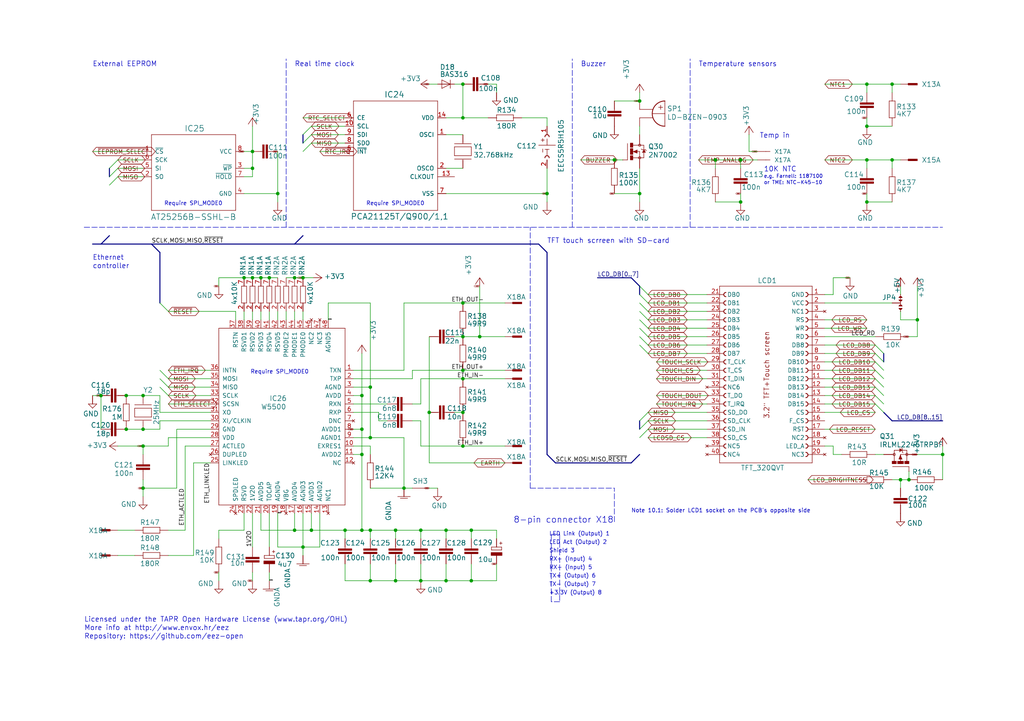
<source format=kicad_sch>
(kicad_sch (version 20210406) (generator eeschema)
  (paper "User" 309.067 217.627)
  (title_block (title "EEZ PSU consolidated") (rev "r5B13a") (comment 3 "Buzzer, temperature sensor (NTC)") (comment 4 "TFT-touchscreen, RTC, EEPROM, Ethernet"))
  (junction (at 30.48 119.38) (diameter 0.9144))
  (junction (at 38.1 119.38) (diameter 0.9144))
  (junction (at 38.1 129.54) (diameter 0.9144))
  (junction (at 43.18 119.38) (diameter 0.9144))
  (junction (at 43.18 129.54) (diameter 0.9144))
  (junction (at 43.18 134.62) (diameter 0.9144))
  (junction (at 43.18 147.32) (diameter 0.9144))
  (junction (at 73.66 83.82) (diameter 0.9144))
  (junction (at 76.2 45.72) (diameter 0.9144))
  (junction (at 76.2 50.8) (diameter 0.9144))
  (junction (at 76.2 83.82) (diameter 0.9144))
  (junction (at 78.74 83.82) (diameter 0.9144))
  (junction (at 81.28 83.82) (diameter 0.9144))
  (junction (at 83.82 58.42) (diameter 0.9144))
  (junction (at 88.9 83.82) (diameter 0.9144))
  (junction (at 88.9 160.02) (diameter 0.9144))
  (junction (at 91.44 83.82) (diameter 0.9144))
  (junction (at 91.44 165.1) (diameter 0.9144))
  (junction (at 93.98 160.02) (diameter 0.9144))
  (junction (at 104.14 160.02) (diameter 0.9144))
  (junction (at 109.22 119.38) (diameter 0.9144))
  (junction (at 109.22 129.54) (diameter 0.9144))
  (junction (at 109.22 137.16) (diameter 0.9144))
  (junction (at 109.22 160.02) (diameter 0.9144))
  (junction (at 111.76 116.84) (diameter 0.9144))
  (junction (at 111.76 132.08) (diameter 0.9144))
  (junction (at 111.76 160.02) (diameter 0.9144))
  (junction (at 111.76 175.26) (diameter 0.9144))
  (junction (at 119.38 160.02) (diameter 0.9144))
  (junction (at 119.38 175.26) (diameter 0.9144))
  (junction (at 121.92 147.32) (diameter 0.9144))
  (junction (at 127 160.02) (diameter 0.9144))
  (junction (at 127 175.26) (diameter 0.9144))
  (junction (at 129.54 124.46) (diameter 0.9144))
  (junction (at 134.62 160.02) (diameter 0.9144))
  (junction (at 134.62 175.26) (diameter 0.9144))
  (junction (at 139.7 25.4) (diameter 0.9144))
  (junction (at 139.7 35.56) (diameter 0.9144))
  (junction (at 139.7 91.44) (diameter 0.9144))
  (junction (at 139.7 101.6) (diameter 0.9144))
  (junction (at 139.7 111.76) (diameter 0.9144))
  (junction (at 139.7 114.3) (diameter 0.9144))
  (junction (at 139.7 124.46) (diameter 0.9144))
  (junction (at 139.7 134.62) (diameter 0.9144))
  (junction (at 142.24 160.02) (diameter 0.9144))
  (junction (at 142.24 175.26) (diameter 0.9144))
  (junction (at 144.78 101.6) (diameter 0.9144))
  (junction (at 165.1 58.42) (diameter 0.9144))
  (junction (at 185.42 48.26) (diameter 0.9144))
  (junction (at 193.04 30.48) (diameter 0.9144))
  (junction (at 193.04 58.42) (diameter 0.9144))
  (junction (at 215.9 48.26) (diameter 0.9144))
  (junction (at 223.52 48.26) (diameter 0.9144))
  (junction (at 223.52 60.96) (diameter 0.9144))
  (junction (at 261.62 25.4) (diameter 0.9144))
  (junction (at 261.62 38.1) (diameter 0.9144))
  (junction (at 261.62 48.26) (diameter 0.9144))
  (junction (at 261.62 60.96) (diameter 0.9144))
  (junction (at 269.24 25.4) (diameter 0.9144))
  (junction (at 269.24 48.26) (diameter 0.9144))
  (junction (at 271.78 144.78) (diameter 0.9144))
  (junction (at 274.32 144.78) (diameter 0.9144))
  (junction (at 276.86 96.52) (diameter 0.9144))
  (junction (at 284.48 137.16) (diameter 0.9144))
  (bus_entry (at 33.02 50.8) (size 2.54 -2.54) (stroke (width 0.1524)))
  (bus_entry (at 33.02 53.34) (size 2.54 -2.54) (stroke (width 0.1524)))
  (bus_entry (at 33.02 55.88) (size 2.54 -2.54) (stroke (width 0.1524)))
  (bus_entry (at 48.26 91.44) (size 2.54 2.54) (stroke (width 0.1524)))
  (bus_entry (at 48.26 111.76) (size 2.54 2.54) (stroke (width 0.1524)))
  (bus_entry (at 48.26 114.3) (size 2.54 2.54) (stroke (width 0.1524)))
  (bus_entry (at 48.26 116.84) (size 2.54 2.54) (stroke (width 0.1524)))
  (bus_entry (at 91.44 40.64) (size 2.54 -2.54) (stroke (width 0.1524)))
  (bus_entry (at 91.44 43.18) (size 2.54 -2.54) (stroke (width 0.1524)))
  (bus_entry (at 91.44 45.72) (size 2.54 -2.54) (stroke (width 0.1524)))
  (bus_entry (at 193.04 86.36) (size 2.54 2.54) (stroke (width 0.1524)))
  (bus_entry (at 193.04 88.9) (size 2.54 2.54) (stroke (width 0.1524)))
  (bus_entry (at 193.04 91.44) (size 2.54 2.54) (stroke (width 0.1524)))
  (bus_entry (at 193.04 93.98) (size 2.54 2.54) (stroke (width 0.1524)))
  (bus_entry (at 193.04 96.52) (size 2.54 2.54) (stroke (width 0.1524)))
  (bus_entry (at 193.04 99.06) (size 2.54 2.54) (stroke (width 0.1524)))
  (bus_entry (at 193.04 101.6) (size 2.54 2.54) (stroke (width 0.1524)))
  (bus_entry (at 193.04 104.14) (size 2.54 2.54) (stroke (width 0.1524)))
  (bus_entry (at 193.04 127) (size 2.54 -2.54) (stroke (width 0.1524)))
  (bus_entry (at 193.04 129.54) (size 2.54 -2.54) (stroke (width 0.1524)))
  (bus_entry (at 193.04 132.08) (size 2.54 -2.54) (stroke (width 0.1524)))
  (bus_entry (at 264.16 104.14) (size 2.54 2.54) (stroke (width 0.1524)))
  (bus_entry (at 264.16 106.68) (size 2.54 2.54) (stroke (width 0.1524)))
  (bus_entry (at 264.16 109.22) (size 2.54 2.54) (stroke (width 0.1524)))
  (bus_entry (at 264.16 111.76) (size 2.54 2.54) (stroke (width 0.1524)))
  (bus_entry (at 264.16 114.3) (size 2.54 2.54) (stroke (width 0.1524)))
  (bus_entry (at 264.16 116.84) (size 2.54 2.54) (stroke (width 0.1524)))
  (bus_entry (at 264.16 119.38) (size 2.54 2.54) (stroke (width 0.1524)))
  (bus_entry (at 264.16 121.92) (size 2.54 2.54) (stroke (width 0.1524)))
  (wire (pts (xy 30.48 119.38) (xy 27.94 119.38)))
  (wire (pts (xy 30.48 129.54) (xy 30.48 119.38)))
  (wire (pts (xy 35.56 134.62) (xy 43.18 134.62)))
  (wire (pts (xy 38.1 119.38) (xy 43.18 119.38)))
  (wire (pts (xy 40.64 160.02) (xy 35.56 160.02)))
  (wire (pts (xy 40.64 167.64) (xy 35.56 167.64)))
  (wire (pts (xy 43.18 45.72) (xy 27.94 45.72)))
  (wire (pts (xy 43.18 48.26) (xy 35.56 48.26)))
  (wire (pts (xy 43.18 50.8) (xy 35.56 50.8)))
  (wire (pts (xy 43.18 53.34) (xy 35.56 53.34)))
  (wire (pts (xy 43.18 129.54) (xy 38.1 129.54)))
  (wire (pts (xy 43.18 134.62) (xy 43.18 137.16)))
  (wire (pts (xy 43.18 147.32) (xy 43.18 144.78)))
  (wire (pts (xy 43.18 149.86) (xy 43.18 147.32)))
  (wire (pts (xy 48.26 119.38) (xy 43.18 119.38)))
  (wire (pts (xy 48.26 124.46) (xy 48.26 119.38)))
  (wire (pts (xy 48.26 127) (xy 48.26 129.54)))
  (wire (pts (xy 48.26 129.54) (xy 43.18 129.54)))
  (wire (pts (xy 50.8 93.98) (xy 71.12 93.98)))
  (wire (pts (xy 50.8 111.76) (xy 63.5 111.76)))
  (wire (pts (xy 50.8 114.3) (xy 63.5 114.3)))
  (wire (pts (xy 50.8 119.38) (xy 63.5 119.38)))
  (wire (pts (xy 50.8 132.08) (xy 50.8 134.62)))
  (wire (pts (xy 50.8 134.62) (xy 43.18 134.62)))
  (wire (pts (xy 50.8 160.02) (xy 55.88 160.02)))
  (wire (pts (xy 50.8 167.64) (xy 58.42 167.64)))
  (wire (pts (xy 53.34 129.54) (xy 53.34 147.32)))
  (wire (pts (xy 53.34 147.32) (xy 43.18 147.32)))
  (wire (pts (xy 55.88 160.02) (xy 55.88 134.62)))
  (wire (pts (xy 58.42 167.64) (xy 58.42 139.7)))
  (wire (pts (xy 63.5 116.84) (xy 50.8 116.84)))
  (wire (pts (xy 63.5 121.92) (xy 50.8 121.92)))
  (wire (pts (xy 63.5 124.46) (xy 48.26 124.46)))
  (wire (pts (xy 63.5 127) (xy 48.26 127)))
  (wire (pts (xy 63.5 129.54) (xy 53.34 129.54)))
  (wire (pts (xy 63.5 132.08) (xy 50.8 132.08)))
  (wire (pts (xy 63.5 134.62) (xy 55.88 134.62)))
  (wire (pts (xy 63.5 139.7) (xy 58.42 139.7)))
  (wire (pts (xy 66.04 83.82) (xy 73.66 83.82)))
  (wire (pts (xy 66.04 86.36) (xy 66.04 83.82)))
  (wire (pts (xy 66.04 160.02) (xy 66.04 162.56)))
  (wire (pts (xy 66.04 172.72) (xy 66.04 175.26)))
  (wire (pts (xy 71.12 96.52) (xy 71.12 93.98)))
  (wire (pts (xy 73.66 45.72) (xy 76.2 45.72)))
  (wire (pts (xy 73.66 50.8) (xy 76.2 50.8)))
  (wire (pts (xy 73.66 53.34) (xy 76.2 53.34)))
  (wire (pts (xy 73.66 58.42) (xy 83.82 58.42)))
  (wire (pts (xy 73.66 83.82) (xy 76.2 83.82)))
  (wire (pts (xy 73.66 93.98) (xy 73.66 96.52)))
  (wire (pts (xy 73.66 154.94) (xy 73.66 160.02)))
  (wire (pts (xy 73.66 160.02) (xy 66.04 160.02)))
  (wire (pts (xy 76.2 38.1) (xy 76.2 45.72)))
  (wire (pts (xy 76.2 50.8) (xy 76.2 45.72)))
  (wire (pts (xy 76.2 53.34) (xy 76.2 50.8)))
  (wire (pts (xy 76.2 83.82) (xy 78.74 83.82)))
  (wire (pts (xy 76.2 93.98) (xy 76.2 96.52)))
  (wire (pts (xy 76.2 165.1) (xy 76.2 154.94)))
  (wire (pts (xy 76.2 175.26) (xy 76.2 172.72)))
  (wire (pts (xy 78.74 83.82) (xy 81.28 83.82)))
  (wire (pts (xy 78.74 93.98) (xy 78.74 96.52)))
  (wire (pts (xy 78.74 160.02) (xy 78.74 154.94)))
  (wire (pts (xy 81.28 93.98) (xy 81.28 96.52)))
  (wire (pts (xy 81.28 165.1) (xy 81.28 154.94)))
  (wire (pts (xy 81.28 175.26) (xy 81.28 172.72)))
  (wire (pts (xy 83.82 45.72) (xy 83.82 58.42)))
  (wire (pts (xy 83.82 58.42) (xy 83.82 60.96)))
  (wire (pts (xy 83.82 83.82) (xy 81.28 83.82)))
  (wire (pts (xy 83.82 93.98) (xy 83.82 96.52)))
  (wire (pts (xy 83.82 154.94) (xy 83.82 165.1)))
  (wire (pts (xy 83.82 165.1) (xy 91.44 165.1)))
  (wire (pts (xy 86.36 83.82) (xy 88.9 83.82)))
  (wire (pts (xy 86.36 93.98) (xy 86.36 96.52)))
  (wire (pts (xy 88.9 83.82) (xy 91.44 83.82)))
  (wire (pts (xy 88.9 93.98) (xy 88.9 96.52)))
  (wire (pts (xy 88.9 160.02) (xy 78.74 160.02)))
  (wire (pts (xy 88.9 160.02) (xy 88.9 154.94)))
  (wire (pts (xy 91.44 83.82) (xy 94.615 83.82)))
  (wire (pts (xy 91.44 93.98) (xy 91.44 96.52)))
  (wire (pts (xy 91.44 154.94) (xy 91.44 165.1)))
  (wire (pts (xy 91.44 165.1) (xy 96.52 165.1)))
  (wire (pts (xy 91.44 167.64) (xy 91.44 165.1)))
  (wire (pts (xy 93.98 160.02) (xy 88.9 160.02)))
  (wire (pts (xy 93.98 160.02) (xy 93.98 154.94)))
  (wire (pts (xy 96.52 154.94) (xy 96.52 165.1)))
  (wire (pts (xy 99.06 91.44) (xy 111.76 91.44)))
  (wire (pts (xy 99.06 96.52) (xy 99.06 91.44)))
  (wire (pts (xy 104.14 35.56) (xy 91.44 35.56)))
  (wire (pts (xy 104.14 38.1) (xy 93.98 38.1)))
  (wire (pts (xy 104.14 40.64) (xy 93.98 40.64)))
  (wire (pts (xy 104.14 43.18) (xy 93.98 43.18)))
  (wire (pts (xy 104.14 45.72) (xy 96.52 45.72)))
  (wire (pts (xy 104.14 160.02) (xy 93.98 160.02)))
  (wire (pts (xy 104.14 160.02) (xy 109.22 160.02)))
  (wire (pts (xy 104.14 162.56) (xy 104.14 160.02)))
  (wire (pts (xy 104.14 175.26) (xy 104.14 170.18)))
  (wire (pts (xy 106.68 111.76) (xy 121.92 111.76)))
  (wire (pts (xy 106.68 114.3) (xy 124.46 114.3)))
  (wire (pts (xy 106.68 116.84) (xy 111.76 116.84)))
  (wire (pts (xy 106.68 121.92) (xy 116.84 121.92)))
  (wire (pts (xy 106.68 124.46) (xy 114.3 124.46)))
  (wire (pts (xy 106.68 129.54) (xy 109.22 129.54)))
  (wire (pts (xy 106.68 132.08) (xy 111.76 132.08)))
  (wire (pts (xy 106.68 134.62) (xy 111.76 134.62)))
  (wire (pts (xy 109.22 119.38) (xy 106.68 119.38)))
  (wire (pts (xy 109.22 119.38) (xy 109.22 106.68)))
  (wire (pts (xy 109.22 129.54) (xy 109.22 119.38)))
  (wire (pts (xy 109.22 129.54) (xy 109.22 137.16)))
  (wire (pts (xy 109.22 137.16) (xy 106.68 137.16)))
  (wire (pts (xy 109.22 137.16) (xy 109.22 160.02)))
  (wire (pts (xy 109.22 160.02) (xy 111.76 160.02)))
  (wire (pts (xy 111.76 91.44) (xy 111.76 116.84)))
  (wire (pts (xy 111.76 116.84) (xy 111.76 132.08)))
  (wire (pts (xy 111.76 132.08) (xy 121.92 132.08)))
  (wire (pts (xy 111.76 134.62) (xy 111.76 137.16)))
  (wire (pts (xy 111.76 147.32) (xy 121.92 147.32)))
  (wire (pts (xy 111.76 160.02) (xy 119.38 160.02)))
  (wire (pts (xy 111.76 162.56) (xy 111.76 160.02)))
  (wire (pts (xy 111.76 170.18) (xy 111.76 175.26)))
  (wire (pts (xy 111.76 175.26) (xy 104.14 175.26)))
  (wire (pts (xy 114.3 124.46) (xy 114.3 127)))
  (wire (pts (xy 114.3 127) (xy 116.84 127)))
  (wire (pts (xy 119.38 160.02) (xy 127 160.02)))
  (wire (pts (xy 119.38 162.56) (xy 119.38 160.02)))
  (wire (pts (xy 119.38 170.18) (xy 119.38 175.26)))
  (wire (pts (xy 119.38 175.26) (xy 111.76 175.26)))
  (wire (pts (xy 121.92 91.44) (xy 139.7 91.44)))
  (wire (pts (xy 121.92 111.76) (xy 121.92 91.44)))
  (wire (pts (xy 121.92 147.32) (xy 121.92 132.08)))
  (wire (pts (xy 124.46 111.76) (xy 124.46 114.3)))
  (wire (pts (xy 124.46 121.92) (xy 127 121.92)))
  (wire (pts (xy 124.46 127) (xy 127 127)))
  (wire (pts (xy 124.46 147.32) (xy 121.92 147.32)))
  (wire (pts (xy 127 114.3) (xy 127 121.92)))
  (wire (pts (xy 127 134.62) (xy 127 127)))
  (wire (pts (xy 127 160.02) (xy 134.62 160.02)))
  (wire (pts (xy 127 162.56) (xy 127 160.02)))
  (wire (pts (xy 127 170.18) (xy 127 175.26)))
  (wire (pts (xy 127 175.26) (xy 119.38 175.26)))
  (wire (pts (xy 129.54 25.4) (xy 132.08 25.4)))
  (wire (pts (xy 129.54 124.46) (xy 129.54 101.6)))
  (wire (pts (xy 129.54 124.46) (xy 129.54 139.7)))
  (wire (pts (xy 129.54 147.32) (xy 132.08 147.32)))
  (wire (pts (xy 134.62 35.56) (xy 139.7 35.56)))
  (wire (pts (xy 134.62 40.64) (xy 139.7 40.64)))
  (wire (pts (xy 134.62 50.8) (xy 139.7 50.8)))
  (wire (pts (xy 134.62 58.42) (xy 165.1 58.42)))
  (wire (pts (xy 134.62 160.02) (xy 142.24 160.02)))
  (wire (pts (xy 134.62 162.56) (xy 134.62 160.02)))
  (wire (pts (xy 134.62 170.18) (xy 134.62 175.26)))
  (wire (pts (xy 134.62 175.26) (xy 127 175.26)))
  (wire (pts (xy 137.16 25.4) (xy 139.7 25.4)))
  (wire (pts (xy 137.16 124.46) (xy 139.7 124.46)))
  (wire (pts (xy 139.7 25.4) (xy 139.7 35.56)))
  (wire (pts (xy 139.7 35.56) (xy 147.32 35.56)))
  (wire (pts (xy 139.7 91.44) (xy 152.4 91.44)))
  (wire (pts (xy 139.7 101.6) (xy 137.16 101.6)))
  (wire (pts (xy 139.7 111.76) (xy 124.46 111.76)))
  (wire (pts (xy 139.7 114.3) (xy 127 114.3)))
  (wire (pts (xy 139.7 114.3) (xy 152.4 114.3)))
  (wire (pts (xy 139.7 134.62) (xy 127 134.62)))
  (wire (pts (xy 139.7 134.62) (xy 152.4 134.62)))
  (wire (pts (xy 142.24 160.02) (xy 149.86 160.02)))
  (wire (pts (xy 142.24 162.56) (xy 142.24 160.02)))
  (wire (pts (xy 142.24 170.18) (xy 142.24 175.26)))
  (wire (pts (xy 142.24 175.26) (xy 134.62 175.26)))
  (wire (pts (xy 144.78 86.36) (xy 144.78 101.6)))
  (wire (pts (xy 144.78 101.6) (xy 139.7 101.6)))
  (wire (pts (xy 144.78 101.6) (xy 152.4 101.6)))
  (wire (pts (xy 147.32 25.4) (xy 149.86 25.4)))
  (wire (pts (xy 149.86 25.4) (xy 149.86 27.94)))
  (wire (pts (xy 149.86 160.02) (xy 149.86 162.56)))
  (wire (pts (xy 149.86 170.18) (xy 149.86 175.26)))
  (wire (pts (xy 149.86 175.26) (xy 142.24 175.26)))
  (wire (pts (xy 152.4 111.76) (xy 139.7 111.76)))
  (wire (pts (xy 152.4 139.7) (xy 129.54 139.7)))
  (wire (pts (xy 165.1 35.56) (xy 157.48 35.56)))
  (wire (pts (xy 165.1 38.1) (xy 165.1 35.56)))
  (wire (pts (xy 165.1 50.8) (xy 165.1 58.42)))
  (wire (pts (xy 165.1 58.42) (xy 165.1 60.96)))
  (wire (pts (xy 175.26 48.26) (xy 185.42 48.26)))
  (wire (pts (xy 185.42 58.42) (xy 193.04 58.42)))
  (wire (pts (xy 187.96 48.26) (xy 185.42 48.26)))
  (wire (pts (xy 193.04 30.48) (xy 185.42 30.48)))
  (wire (pts (xy 193.04 30.48) (xy 193.04 27.94)))
  (wire (pts (xy 193.04 38.1) (xy 193.04 40.64)))
  (wire (pts (xy 193.04 50.8) (xy 193.04 58.42)))
  (wire (pts (xy 193.04 60.96) (xy 193.04 58.42)))
  (wire (pts (xy 198.12 114.3) (xy 213.36 114.3)))
  (wire (pts (xy 213.36 88.9) (xy 195.58 88.9)))
  (wire (pts (xy 213.36 91.44) (xy 195.58 91.44)))
  (wire (pts (xy 213.36 93.98) (xy 195.58 93.98)))
  (wire (pts (xy 213.36 96.52) (xy 195.58 96.52)))
  (wire (pts (xy 213.36 99.06) (xy 195.58 99.06)))
  (wire (pts (xy 213.36 101.6) (xy 195.58 101.6)))
  (wire (pts (xy 213.36 104.14) (xy 195.58 104.14)))
  (wire (pts (xy 213.36 106.68) (xy 195.58 106.68)))
  (wire (pts (xy 213.36 109.22) (xy 198.12 109.22)))
  (wire (pts (xy 213.36 111.76) (xy 198.12 111.76)))
  (wire (pts (xy 213.36 119.38) (xy 198.12 119.38)))
  (wire (pts (xy 213.36 121.92) (xy 198.12 121.92)))
  (wire (pts (xy 213.36 124.46) (xy 195.58 124.46)))
  (wire (pts (xy 213.36 127) (xy 195.58 127)))
  (wire (pts (xy 213.36 129.54) (xy 195.58 129.54)))
  (wire (pts (xy 213.36 132.08) (xy 195.58 132.08)))
  (wire (pts (xy 215.9 48.26) (xy 210.82 48.26)))
  (wire (pts (xy 215.9 50.8) (xy 215.9 48.26)))
  (wire (pts (xy 223.52 48.26) (xy 215.9 48.26)))
  (wire (pts (xy 223.52 48.26) (xy 228.6 48.26)))
  (wire (pts (xy 223.52 50.8) (xy 223.52 48.26)))
  (wire (pts (xy 223.52 58.42) (xy 223.52 60.96)))
  (wire (pts (xy 223.52 60.96) (xy 215.9 60.96)))
  (wire (pts (xy 226.06 45.72) (xy 226.06 40.64)))
  (wire (pts (xy 228.6 45.72) (xy 226.06 45.72)))
  (wire (pts (xy 248.92 91.44) (xy 269.24 91.44)))
  (wire (pts (xy 248.92 96.52) (xy 261.62 96.52)))
  (wire (pts (xy 248.92 99.06) (xy 261.62 99.06)))
  (wire (pts (xy 248.92 101.6) (xy 264.16 101.6)))
  (wire (pts (xy 248.92 104.14) (xy 264.16 104.14)))
  (wire (pts (xy 248.92 106.68) (xy 264.16 106.68)))
  (wire (pts (xy 248.92 109.22) (xy 264.16 109.22)))
  (wire (pts (xy 248.92 111.76) (xy 264.16 111.76)))
  (wire (pts (xy 248.92 114.3) (xy 264.16 114.3)))
  (wire (pts (xy 248.92 116.84) (xy 264.16 116.84)))
  (wire (pts (xy 248.92 119.38) (xy 264.16 119.38)))
  (wire (pts (xy 248.92 121.92) (xy 264.16 121.92)))
  (wire (pts (xy 248.92 124.46) (xy 264.16 124.46)))
  (wire (pts (xy 248.92 129.54) (xy 264.16 129.54)))
  (wire (pts (xy 251.46 83.82) (xy 251.46 88.9)))
  (wire (pts (xy 251.46 88.9) (xy 248.92 88.9)))
  (wire (pts (xy 251.46 134.62) (xy 248.92 134.62)))
  (wire (pts (xy 251.46 137.16) (xy 251.46 134.62)))
  (wire (pts (xy 254 137.16) (xy 251.46 137.16)))
  (wire (pts (xy 256.54 83.82) (xy 251.46 83.82)))
  (wire (pts (xy 259.08 144.78) (xy 243.84 144.78)))
  (wire (pts (xy 261.62 25.4) (xy 248.92 25.4)))
  (wire (pts (xy 261.62 25.4) (xy 261.62 27.94)))
  (wire (pts (xy 261.62 35.56) (xy 261.62 38.1)))
  (wire (pts (xy 261.62 38.1) (xy 269.24 38.1)))
  (wire (pts (xy 261.62 48.26) (xy 248.92 48.26)))
  (wire (pts (xy 261.62 48.26) (xy 261.62 50.8)))
  (wire (pts (xy 261.62 58.42) (xy 261.62 60.96)))
  (wire (pts (xy 261.62 60.96) (xy 269.24 60.96)))
  (wire (pts (xy 266.7 137.16) (xy 264.16 137.16)))
  (wire (pts (xy 269.24 25.4) (xy 261.62 25.4)))
  (wire (pts (xy 269.24 27.94) (xy 269.24 25.4)))
  (wire (pts (xy 269.24 48.26) (xy 261.62 48.26)))
  (wire (pts (xy 269.24 48.26) (xy 271.78 48.26)))
  (wire (pts (xy 269.24 50.8) (xy 269.24 48.26)))
  (wire (pts (xy 271.78 25.4) (xy 269.24 25.4)))
  (wire (pts (xy 271.78 86.36) (xy 271.78 88.9)))
  (wire (pts (xy 271.78 96.52) (xy 271.78 93.98)))
  (wire (pts (xy 271.78 144.78) (xy 269.24 144.78)))
  (wire (pts (xy 271.78 147.32) (xy 271.78 144.78)))
  (wire (pts (xy 274.32 101.6) (xy 276.86 101.6)))
  (wire (pts (xy 274.32 142.24) (xy 274.32 144.78)))
  (wire (pts (xy 274.32 144.78) (xy 271.78 144.78)))
  (wire (pts (xy 276.86 96.52) (xy 271.78 96.52)))
  (wire (pts (xy 276.86 96.52) (xy 276.86 86.36)))
  (wire (pts (xy 276.86 101.6) (xy 276.86 96.52)))
  (wire (pts (xy 276.86 137.16) (xy 284.48 137.16)))
  (wire (pts (xy 284.48 137.16) (xy 284.48 134.62)))
  (wire (pts (xy 284.48 137.16) (xy 284.48 144.78)))
  (bus (pts (xy 27.94 73.66) (xy 30.48 73.66)))
  (bus (pts (xy 30.48 73.66) (xy 33.02 71.12)))
  (bus (pts (xy 30.48 73.66) (xy 45.72 73.66)))
  (bus (pts (xy 33.02 50.8) (xy 33.02 71.12)))
  (bus (pts (xy 45.72 73.66) (xy 88.9 73.66)))
  (bus (pts (xy 48.26 76.2) (xy 45.72 73.66)))
  (bus (pts (xy 48.26 76.2) (xy 48.26 116.84)))
  (bus (pts (xy 88.9 73.66) (xy 91.44 71.12)))
  (bus (pts (xy 88.9 73.66) (xy 162.56 73.66)))
  (bus (pts (xy 91.44 40.64) (xy 91.44 71.12)))
  (bus (pts (xy 162.56 73.66) (xy 165.1 76.2)))
  (bus (pts (xy 165.1 76.2) (xy 165.1 137.16)))
  (bus (pts (xy 167.64 139.7) (xy 165.1 137.16)))
  (bus (pts (xy 180.34 83.82) (xy 190.5 83.82)))
  (bus (pts (xy 190.5 83.82) (xy 193.04 86.36)))
  (bus (pts (xy 190.5 139.7) (xy 167.64 139.7)))
  (bus (pts (xy 190.5 139.7) (xy 193.04 137.16)))
  (bus (pts (xy 193.04 86.36) (xy 193.04 104.14)))
  (bus (pts (xy 193.04 127) (xy 193.04 137.16)))
  (bus (pts (xy 266.7 106.68) (xy 266.7 124.46)))
  (bus (pts (xy 269.24 127) (xy 266.7 124.46)))
  (bus (pts (xy 284.48 127) (xy 269.24 127)))
  (polyline (pts (xy 25.4 68.58) (xy 284.48 68.58)) (stroke (width 0) (type dash)))
  (polyline (pts (xy 86.36 68.58) (xy 86.36 17.78)) (stroke (width 0) (type dash)))
  (polyline (pts (xy 160.02 147.32) (xy 160.02 68.58)) (stroke (width 0) (type dash)))
  (polyline (pts (xy 160.02 147.32) (xy 185.42 147.32)) (stroke (width 0) (type dash)))
  (polyline (pts (xy 166.37 161.29) (xy 168.91 161.29)) (stroke (width 0) (type dash)))
  (polyline (pts (xy 166.37 181.61) (xy 166.37 161.29)) (stroke (width 0) (type dash)))
  (polyline (pts (xy 168.91 161.29) (xy 168.91 181.61)) (stroke (width 0) (type dash)))
  (polyline (pts (xy 168.91 181.61) (xy 166.37 181.61)) (stroke (width 0) (type dash)))
  (polyline (pts (xy 172.72 68.58) (xy 172.72 17.78)) (stroke (width 0) (type dash)))
  (polyline (pts (xy 185.42 157.48) (xy 185.42 147.32)) (stroke (width 0) (type dash)))
  (polyline (pts (xy 208.28 68.58) (xy 208.28 17.78)) (stroke (width 0) (type dash)))
  (text "Licensed under the TAPR Open Hardware License (www.tapr.org/OHL)" (at 25.4 187.96 0) (effects (font (size 1.4986 1.4986)) (justify left bottom)))
  (text "More info at http://www.envox.hr/eez" (at 25.4 190.5 0) (effects (font (size 1.4986 1.4986)) (justify left bottom)))
  (text "Repository: https://github.com/eez-open" (at 25.4 193.04 0) (effects (font (size 1.4986 1.4986)) (justify left bottom)))
  (text "External EEPROM" (at 27.94 20.32 0) (effects (font (size 1.4986 1.4986)) (justify left bottom)))
  (text "Ethernet" (at 27.94 78.74 0) (effects (font (size 1.4986 1.4986)) (justify left bottom)))
  (text "controller" (at 27.94 81.28 0) (effects (font (size 1.4986 1.4986)) (justify left bottom)))
  (text "Require SPI_MODE0" (at 49.53 62.23 0) (effects (font (size 1.1938 1.1938)) (justify left bottom)))
  (text "Require SPI_MODE0" (at 75.565 113.03 0) (effects (font (size 1.1938 1.1938)) (justify left bottom)))
  (text "Real time clock" (at 88.9 20.32 0) (effects (font (size 1.4986 1.4986)) (justify left bottom)))
  (text "Require SPI_MODE0" (at 110.49 62.23 0) (effects (font (size 1.1938 1.1938)) (justify left bottom)))
  (text "8-pin connector X18" (at 154.94 158.115 0) (effects (font (size 1.8542 1.8542)) (justify left bottom)))
  (text "TFT touch scrreen with SD-card" (at 165.1 73.66 0) (effects (font (size 1.4986 1.4986)) (justify left bottom)))
  (text "LED Link (Output) 1" (at 165.735 161.925 0) (effects (font (size 1.1938 1.1938)) (justify left bottom)))
  (text "LED Act (Output) 2" (at 165.735 164.465 0) (effects (font (size 1.1938 1.1938)) (justify left bottom)))
  (text "Shield 3" (at 165.735 167.005 0) (effects (font (size 1.1938 1.1938)) (justify left bottom)))
  (text "RX+ (Input) 4" (at 165.735 169.545 0) (effects (font (size 1.1938 1.1938)) (justify left bottom)))
  (text "RX- (Input) 5" (at 165.735 172.085 0) (effects (font (size 1.1938 1.1938)) (justify left bottom)))
  (text "TX+ (Output) 6" (at 165.735 174.625 0) (effects (font (size 1.1938 1.1938)) (justify left bottom)))
  (text "TX- (Output) 7" (at 165.735 177.165 0) (effects (font (size 1.1938 1.1938)) (justify left bottom)))
  (text "+3.3V (Output) 8" (at 165.735 179.705 0) (effects (font (size 1.1938 1.1938)) (justify left bottom)))
  (text "Buzzer" (at 175.26 20.32 0) (effects (font (size 1.4986 1.4986)) (justify left bottom)))
  (text "Note 10.1: Solder LCD1 socket on the PCB's opposite side" (at 190.5 154.94 0) (effects (font (size 1.1938 1.1938)) (justify left bottom)))
  (text "Temperature sensors" (at 210.82 20.32 0) (effects (font (size 1.4986 1.4986)) (justify left bottom)))
  (text "Temp in" (at 229.235 41.91 0) (effects (font (size 1.4986 1.4986)) (justify left bottom)))
  (text "10K NTC" (at 230.505 52.07 0) (effects (font (size 1.4986 1.4986)) (justify left bottom)))
  (text "e.g. Farnell: 1187100" (at 230.505 53.975 0) (effects (font (size 1.0668 1.0668)) (justify left bottom)))
  (text "or TME: NTC-K45-10" (at 230.505 55.88 0) (effects (font (size 1.0668 1.0668)) (justify left bottom)))
  (label "SCLK,MOSI,MISO,~RESET" (at 45.72 73.66 0))
  (label "ETH_ACTLED" (at 55.88 147.32 270))
  (label "ETH_LINKLED" (at 63.5 139.7 270))
  (label "1V2O" (at 76.2 165.1 90))
  (label "GNDA" (at 81.28 175.26 0) (effects (font (size 0.254 0.254))))
  (label "GNDA" (at 83.82 154.94 0) (effects (font (size 0.254 0.254))))
  (label "GNDA" (at 99.06 96.52 0) (effects (font (size 0.254 0.254))))
  (label "ETH_OUT-" (at 146.05 91.44 180))
  (label "ETH_OUT+" (at 146.05 111.76 180))
  (label "ETH_IN-" (at 146.05 114.3 180))
  (label "ETH_IN+" (at 146.05 134.62 180))
  (label "SCLK,MOSI,MISO,~RESET" (at 167.64 139.7 0))
  (label "LCD_DB[0..7]" (at 180.34 83.82 0))
  (label "LCD_RD" (at 264.16 101.6 180))
  (label "LCD_DB[8..15]" (at 284.48 127 180))
  (global_label "~EEPROM_SELECT" (shape bidirectional) (at 27.94 45.72 0) (property "Intersheet References" "${INTERSHEET_REFS}" (effects hide)))
  (global_label "GND" (shape bidirectional) (at 30.48 119.38 180) (effects (font (size 0.254 0.254))) (property "Intersheet References" "${INTERSHEET_REFS}" (effects hide)))
  (global_label "SCLK" (shape bidirectional) (at 35.56 48.26 0) (property "Intersheet References" "${INTERSHEET_REFS}" (effects hide)))
  (global_label "MOSI" (shape bidirectional) (at 35.56 50.8 0) (property "Intersheet References" "${INTERSHEET_REFS}" (effects hide)))
  (global_label "MISO" (shape bidirectional) (at 35.56 53.34 0) (property "Intersheet References" "${INTERSHEET_REFS}" (effects hide)))
  (global_label "+3V3" (shape bidirectional) (at 43.18 134.62 180) (effects (font (size 0.254 0.254))) (property "Intersheet References" "${INTERSHEET_REFS}" (effects hide)))
  (global_label "GND" (shape bidirectional) (at 43.18 147.32 180) (effects (font (size 0.254 0.254))) (property "Intersheet References" "${INTERSHEET_REFS}" (effects hide)))
  (global_label "~RESET" (shape bidirectional) (at 50.8 93.98 0) (property "Intersheet References" "${INTERSHEET_REFS}" (effects hide)))
  (global_label "~ETH_IRQ" (shape bidirectional) (at 50.8 111.76 0) (property "Intersheet References" "${INTERSHEET_REFS}" (effects hide)))
  (global_label "MOSI" (shape bidirectional) (at 50.8 114.3 0) (property "Intersheet References" "${INTERSHEET_REFS}" (effects hide)))
  (global_label "MISO" (shape bidirectional) (at 50.8 116.84 0) (property "Intersheet References" "${INTERSHEET_REFS}" (effects hide)))
  (global_label "SCLK" (shape bidirectional) (at 50.8 119.38 0) (property "Intersheet References" "${INTERSHEET_REFS}" (effects hide)))
  (global_label "~ETH_SELECT" (shape bidirectional) (at 50.8 121.92 0) (property "Intersheet References" "${INTERSHEET_REFS}" (effects hide)))
  (global_label "GND" (shape bidirectional) (at 66.04 86.36 180) (effects (font (size 0.254 0.254))) (property "Intersheet References" "${INTERSHEET_REFS}" (effects hide)))
  (global_label "GND" (shape bidirectional) (at 66.04 172.72 180) (effects (font (size 0.254 0.254))) (property "Intersheet References" "${INTERSHEET_REFS}" (effects hide)))
  (global_label "+3V3" (shape bidirectional) (at 73.66 45.72 180) (effects (font (size 0.254 0.254))) (property "Intersheet References" "${INTERSHEET_REFS}" (effects hide)))
  (global_label "GND" (shape bidirectional) (at 76.2 175.26 180) (effects (font (size 0.254 0.254))) (property "Intersheet References" "${INTERSHEET_REFS}" (effects hide)))
  (global_label "GND" (shape bidirectional) (at 83.82 45.72 180) (effects (font (size 0.254 0.254))) (property "Intersheet References" "${INTERSHEET_REFS}" (effects hide)))
  (global_label "RTC_SELECT" (shape bidirectional) (at 91.44 35.56 0) (property "Intersheet References" "${INTERSHEET_REFS}" (effects hide)))
  (global_label "+3V3" (shape bidirectional) (at 91.44 83.82 180) (effects (font (size 0.254 0.254))) (property "Intersheet References" "${INTERSHEET_REFS}" (effects hide)))
  (global_label "SCLK" (shape bidirectional) (at 93.98 38.1 0) (property "Intersheet References" "${INTERSHEET_REFS}" (effects hide)))
  (global_label "MOSI" (shape bidirectional) (at 93.98 40.64 0) (property "Intersheet References" "${INTERSHEET_REFS}" (effects hide)))
  (global_label "MISO" (shape bidirectional) (at 93.98 43.18 0) (property "Intersheet References" "${INTERSHEET_REFS}" (effects hide)))
  (global_label "~RTC_IRQ" (shape bidirectional) (at 96.52 45.72 0) (property "Intersheet References" "${INTERSHEET_REFS}" (effects hide)))
  (global_label "+3V3" (shape bidirectional) (at 106.68 129.54 180) (effects (font (size 0.254 0.254))) (property "Intersheet References" "${INTERSHEET_REFS}" (effects hide)))
  (global_label "+3V3" (shape bidirectional) (at 129.54 25.4 180) (effects (font (size 0.254 0.254))) (property "Intersheet References" "${INTERSHEET_REFS}" (effects hide)))
  (global_label "GND" (shape bidirectional) (at 129.54 147.32 180) (effects (font (size 0.254 0.254))) (property "Intersheet References" "${INTERSHEET_REFS}" (effects hide)))
  (global_label "+3V3" (shape bidirectional) (at 144.78 86.36 180) (effects (font (size 0.254 0.254))) (property "Intersheet References" "${INTERSHEET_REFS}" (effects hide)))
  (global_label "GND" (shape bidirectional) (at 147.32 25.4 180) (effects (font (size 0.254 0.254))) (property "Intersheet References" "${INTERSHEET_REFS}" (effects hide)))
  (global_label "GND" (shape bidirectional) (at 149.86 170.18 180) (effects (font (size 0.254 0.254))) (property "Intersheet References" "${INTERSHEET_REFS}" (effects hide)))
  (global_label "EARTH" (shape bidirectional) (at 152.4 139.7 180) (property "Intersheet References" "${INTERSHEET_REFS}" (effects hide)))
  (global_label "GND" (shape bidirectional) (at 165.1 58.42 180) (effects (font (size 0.254 0.254))) (property "Intersheet References" "${INTERSHEET_REFS}" (effects hide)))
  (global_label "BUZZER" (shape bidirectional) (at 175.26 48.26 0) (property "Intersheet References" "${INTERSHEET_REFS}" (effects hide)))
  (global_label "GND" (shape bidirectional) (at 185.42 58.42 180) (effects (font (size 0.254 0.254))) (property "Intersheet References" "${INTERSHEET_REFS}" (effects hide)))
  (global_label "+3V3" (shape bidirectional) (at 193.04 30.48 180) (effects (font (size 0.254 0.254))) (property "Intersheet References" "${INTERSHEET_REFS}" (effects hide)))
  (global_label "LCD_DB0" (shape bidirectional) (at 195.58 88.9 0) (property "Intersheet References" "${INTERSHEET_REFS}" (effects hide)))
  (global_label "LCD_DB1" (shape bidirectional) (at 195.58 91.44 0) (property "Intersheet References" "${INTERSHEET_REFS}" (effects hide)))
  (global_label "LCD_DB2" (shape bidirectional) (at 195.58 93.98 0) (property "Intersheet References" "${INTERSHEET_REFS}" (effects hide)))
  (global_label "LCD_DB3" (shape bidirectional) (at 195.58 96.52 0) (property "Intersheet References" "${INTERSHEET_REFS}" (effects hide)))
  (global_label "LCD_DB4" (shape bidirectional) (at 195.58 99.06 0) (property "Intersheet References" "${INTERSHEET_REFS}" (effects hide)))
  (global_label "LCD_DB5" (shape bidirectional) (at 195.58 101.6 0) (property "Intersheet References" "${INTERSHEET_REFS}" (effects hide)))
  (global_label "LCD_DB6" (shape bidirectional) (at 195.58 104.14 0) (property "Intersheet References" "${INTERSHEET_REFS}" (effects hide)))
  (global_label "LCD_DB7" (shape bidirectional) (at 195.58 106.68 0) (property "Intersheet References" "${INTERSHEET_REFS}" (effects hide)))
  (global_label "MISO" (shape bidirectional) (at 195.58 124.46 0) (property "Intersheet References" "${INTERSHEET_REFS}" (effects hide)))
  (global_label "SCLK" (shape bidirectional) (at 195.58 127 0) (property "Intersheet References" "${INTERSHEET_REFS}" (effects hide)))
  (global_label "MOSI" (shape bidirectional) (at 195.58 129.54 0) (property "Intersheet References" "${INTERSHEET_REFS}" (effects hide)))
  (global_label "LCDSD_CS" (shape bidirectional) (at 195.58 132.08 0) (property "Intersheet References" "${INTERSHEET_REFS}" (effects hide)))
  (global_label "TOUCH_SCLK" (shape bidirectional) (at 198.12 109.22 0) (property "Intersheet References" "${INTERSHEET_REFS}" (effects hide)))
  (global_label "TOUCH_CS" (shape bidirectional) (at 198.12 111.76 0) (property "Intersheet References" "${INTERSHEET_REFS}" (effects hide)))
  (global_label "TOUCH_DIN" (shape bidirectional) (at 198.12 114.3 0) (property "Intersheet References" "${INTERSHEET_REFS}" (effects hide)))
  (global_label "TOUCH_DOUT" (shape bidirectional) (at 198.12 119.38 0) (property "Intersheet References" "${INTERSHEET_REFS}" (effects hide)))
  (global_label "TOUCH_IRQ" (shape bidirectional) (at 198.12 121.92 0) (property "Intersheet References" "${INTERSHEET_REFS}" (effects hide)))
  (global_label "TEMP_ANALOG" (shape bidirectional) (at 210.82 48.26 0) (property "Intersheet References" "${INTERSHEET_REFS}" (effects hide)))
  (global_label "GND" (shape bidirectional) (at 223.52 58.42 180) (effects (font (size 0.254 0.254))) (property "Intersheet References" "${INTERSHEET_REFS}" (effects hide)))
  (global_label "+3V3" (shape bidirectional) (at 228.6 45.72 180) (effects (font (size 0.254 0.254))) (property "Intersheet References" "${INTERSHEET_REFS}" (effects hide)))
  (global_label "LCD_BRIGHTNESS" (shape bidirectional) (at 243.84 144.78 0) (property "Intersheet References" "${INTERSHEET_REFS}" (effects hide)))
  (global_label "NTC1" (shape bidirectional) (at 248.92 25.4 0) (property "Intersheet References" "${INTERSHEET_REFS}" (effects hide)))
  (global_label "NTC2" (shape bidirectional) (at 248.92 48.26 0) (property "Intersheet References" "${INTERSHEET_REFS}" (effects hide)))
  (global_label "GND" (shape bidirectional) (at 256.54 83.82 180) (effects (font (size 0.254 0.254))) (property "Intersheet References" "${INTERSHEET_REFS}" (effects hide)))
  (global_label "GND" (shape bidirectional) (at 261.62 35.56 180) (effects (font (size 0.254 0.254))) (property "Intersheet References" "${INTERSHEET_REFS}" (effects hide)))
  (global_label "GND" (shape bidirectional) (at 261.62 58.42 180) (effects (font (size 0.254 0.254))) (property "Intersheet References" "${INTERSHEET_REFS}" (effects hide)))
  (global_label "LCD_RS" (shape bidirectional) (at 261.62 96.52 180) (property "Intersheet References" "${INTERSHEET_REFS}" (effects hide)))
  (global_label "LCD_WR" (shape bidirectional) (at 261.62 99.06 180) (property "Intersheet References" "${INTERSHEET_REFS}" (effects hide)))
  (global_label "LCD_DB8" (shape bidirectional) (at 264.16 104.14 180) (property "Intersheet References" "${INTERSHEET_REFS}" (effects hide)))
  (global_label "LCD_DB9" (shape bidirectional) (at 264.16 106.68 180) (property "Intersheet References" "${INTERSHEET_REFS}" (effects hide)))
  (global_label "LCD_DB10" (shape bidirectional) (at 264.16 109.22 180) (property "Intersheet References" "${INTERSHEET_REFS}" (effects hide)))
  (global_label "LCD_DB11" (shape bidirectional) (at 264.16 111.76 180) (property "Intersheet References" "${INTERSHEET_REFS}" (effects hide)))
  (global_label "LCD_DB12" (shape bidirectional) (at 264.16 114.3 180) (property "Intersheet References" "${INTERSHEET_REFS}" (effects hide)))
  (global_label "LCD_DB13" (shape bidirectional) (at 264.16 116.84 180) (property "Intersheet References" "${INTERSHEET_REFS}" (effects hide)))
  (global_label "LCD_DB14" (shape bidirectional) (at 264.16 119.38 180) (property "Intersheet References" "${INTERSHEET_REFS}" (effects hide)))
  (global_label "LCD_DB15" (shape bidirectional) (at 264.16 121.92 180) (property "Intersheet References" "${INTERSHEET_REFS}" (effects hide)))
  (global_label "LCD_CS" (shape bidirectional) (at 264.16 124.46 180) (property "Intersheet References" "${INTERSHEET_REFS}" (effects hide)))
  (global_label "LCD_RESET" (shape bidirectional) (at 264.16 129.54 180) (property "Intersheet References" "${INTERSHEET_REFS}" (effects hide)))
  (global_label "+5V" (shape bidirectional) (at 271.78 86.36 180) (effects (font (size 0.254 0.254))) (property "Intersheet References" "${INTERSHEET_REFS}" (effects hide)))
  (global_label "+3V3" (shape bidirectional) (at 274.32 101.6 180) (effects (font (size 0.254 0.254))) (property "Intersheet References" "${INTERSHEET_REFS}" (effects hide)))
  (global_label "+3V3" (shape bidirectional) (at 276.86 137.16 180) (effects (font (size 0.254 0.254))) (property "Intersheet References" "${INTERSHEET_REFS}" (effects hide)))
  (symbol (lib_id "EEZ_PSU_consolidated_r5B13a-eagle-import:DINA4_L") (at 22.86 195.58 0)
    (property "Reference" "#FRAME10" (effects hide))
    (property "Value" "DINA4_L" (effects hide))
  )
  (symbol (lib_id "EEZ_PSU_consolidated_r5B13a-eagle-import:22-23-2021") (at 231.14 45.72 0)
    (property "Reference" "X17" (at 233.68 46.482 0) (effects (font (size 1.2954 1.2954)) (justify left bottom)))
    (property "Value" "22-23-2021" (effects hide))
    (property "Footprint" "EEZ PSU consolidated r5B13a:22-23-2021" (effects hide))
  )
  (symbol (lib_id "EEZ_PSU_consolidated_r5B13a-eagle-import:22-23-2021") (at 231.14 48.26 0)
    (property "Reference" "X17" (at 233.68 49.022 0) (effects (font (size 1.2954 1.2954)) (justify left bottom)))
    (property "Value" "22-23-2021" (effects hide))
    (property "Footprint" "EEZ PSU consolidated r5B13a:22-23-2021" (effects hide))
  )
  (symbol (lib_id "EEZ_PSU_consolidated_r5B13a-eagle-import:HEADER_8-PIN") (at 35.56 160.02 0)
    (property "Reference" "X18" (at 32.512 159.258 0) (effects (font (size 1.4986 1.4986)) (justify right top)))
    (property "Value" "MC34753" (effects hide))
    (property "Footprint" "EEZ PSU consolidated r5B13a:HEADER_8-PIN" (effects hide))
  )
  (symbol (lib_id "EEZ_PSU_consolidated_r5B13a-eagle-import:HEADER_8-PIN") (at 35.56 167.64 0)
    (property "Reference" "X18" (at 32.512 166.878 0) (effects (font (size 1.4986 1.4986)) (justify right top)))
    (property "Value" "MC34753" (effects hide))
    (property "Footprint" "EEZ PSU consolidated r5B13a:HEADER_8-PIN" (effects hide))
  )
  (symbol (lib_id "EEZ_PSU_consolidated_r5B13a-eagle-import:HEADER_8-PIN") (at 152.4 91.44 0) (mirror y)
    (property "Reference" "X18" (at 152.908 88.773 0) (effects (font (size 1.4986 1.4986)) (justify right top)))
    (property "Value" "MC34753" (effects hide))
    (property "Footprint" "EEZ PSU consolidated r5B13a:HEADER_8-PIN" (effects hide))
  )
  (symbol (lib_id "EEZ_PSU_consolidated_r5B13a-eagle-import:HEADER_8-PIN") (at 152.4 101.6 0) (mirror y)
    (property "Reference" "X18" (at 152.908 98.933 0) (effects (font (size 1.4986 1.4986)) (justify right top)))
    (property "Value" "MC34753" (effects hide))
    (property "Footprint" "EEZ PSU consolidated r5B13a:HEADER_8-PIN" (effects hide))
  )
  (symbol (lib_id "EEZ_PSU_consolidated_r5B13a-eagle-import:HEADER_8-PIN") (at 152.4 111.76 0) (mirror y)
    (property "Reference" "X18" (at 152.908 109.728 0) (effects (font (size 1.4986 1.4986)) (justify right top)))
    (property "Value" "MC34753" (effects hide))
    (property "Footprint" "EEZ PSU consolidated r5B13a:HEADER_8-PIN" (effects hide))
  )
  (symbol (lib_id "EEZ_PSU_consolidated_r5B13a-eagle-import:HEADER_8-PIN") (at 152.4 114.3 0) (mirror y)
    (property "Reference" "X18" (at 152.908 115.443 0) (effects (font (size 1.4986 1.4986)) (justify right top)))
    (property "Value" "MC34753" (effects hide))
    (property "Footprint" "EEZ PSU consolidated r5B13a:HEADER_8-PIN" (effects hide))
  )
  (symbol (lib_id "EEZ_PSU_consolidated_r5B13a-eagle-import:HEADER_8-PIN") (at 152.4 134.62 0) (mirror y)
    (property "Reference" "X18" (at 152.908 132.588 0) (effects (font (size 1.4986 1.4986)) (justify right top)))
    (property "Value" "MC34753" (effects hide))
    (property "Footprint" "EEZ PSU consolidated r5B13a:HEADER_8-PIN" (effects hide))
  )
  (symbol (lib_id "EEZ_PSU_consolidated_r5B13a-eagle-import:HEADER_8-PIN") (at 152.4 139.7 0) (mirror y)
    (property "Reference" "X18" (at 152.908 137.033 0) (effects (font (size 1.4986 1.4986)) (justify right top)))
    (property "Value" "MC34753" (effects hide))
    (property "Footprint" "EEZ PSU consolidated r5B13a:HEADER_8-PIN" (effects hide))
  )
  (symbol (lib_id "EEZ_PSU_consolidated_r5B13a-eagle-import:TSW-113-07-F-D") (at 271.78 25.4 180)
    (property "Reference" "X13" (at 278.13 26.289 0) (effects (font (size 1.4986 1.4986)) (justify right top)))
    (property "Value" "TSW-113-07-F-D" (effects hide))
    (property "Footprint" "EEZ PSU consolidated r5B13a:TSW-113-07-F-D" (effects hide))
  )
  (symbol (lib_id "EEZ_PSU_consolidated_r5B13a-eagle-import:TSW-113-07-F-D") (at 271.78 48.26 180)
    (property "Reference" "X15" (at 278.13 49.149 0) (effects (font (size 1.4986 1.4986)) (justify right top)))
    (property "Value" "TSW-113-07-F-D" (effects hide))
    (property "Footprint" "EEZ PSU consolidated r5B13a:TSW-113-07-F-D" (effects hide))
  )
  (symbol (lib_id "EEZ_PSU_consolidated_r5B13a-eagle-import:SHORTNOHOLE") (at 127 147.32 0) (mirror y)
    (property "Reference" "SH3" (at 129.2098 146.05 0) (effects (font (size 1.4986 1.4986)) (justify left bottom)))
    (property "Value" "SHORTNOHOLE" (effects hide))
    (property "Footprint" "EEZ PSU consolidated r5B13a:SHORT_NOHOLE" (effects hide))
  )
  (symbol (lib_id "EEZ_PSU_consolidated_r5B13a-eagle-import:+3V3") (at 33.02 134.62 90) (mirror x)
    (property "Reference" "#+3V016" (effects hide))
    (property "Value" "+3V3" (at 32.385 135.255 90) (effects (font (size 1.4986 1.4986)) (justify left bottom)))
  )
  (symbol (lib_id "EEZ_PSU_consolidated_r5B13a-eagle-import:+3V3") (at 76.2 35.56 0)
    (property "Reference" "#+3V013" (effects hide))
    (property "Value" "+3V3" (at 78.105 37.465 90) (effects (font (size 1.4986 1.4986)) (justify left bottom)))
  )
  (symbol (lib_id "EEZ_PSU_consolidated_r5B13a-eagle-import:+3V3") (at 97.155 83.82 270) (mirror x)
    (property "Reference" "#+3V05" (effects hide))
    (property "Value" "+3V3" (at 97.79 82.55 90) (effects (font (size 1.4986 1.4986)) (justify left bottom)))
  )
  (symbol (lib_id "EEZ_PSU_consolidated_r5B13a-eagle-import:+3V3") (at 109.22 104.14 0) (mirror y)
    (property "Reference" "#+3V017" (effects hide))
    (property "Value" "+3V3" (at 111.76 102.87 90) (effects (font (size 1.4986 1.4986)) (justify left bottom)))
  )
  (symbol (lib_id "EEZ_PSU_consolidated_r5B13a-eagle-import:+3V3") (at 127 25.4 90)
    (property "Reference" "#+3V014" (effects hide))
    (property "Value" "+3V3" (at 127 22.86 90) (effects (font (size 1.4986 1.4986)) (justify left bottom)))
  )
  (symbol (lib_id "EEZ_PSU_consolidated_r5B13a-eagle-import:+3V3") (at 144.78 83.82 0)
    (property "Reference" "#+3V04" (effects hide))
    (property "Value" "+3V3" (at 142.24 83.185 90) (effects (font (size 1.4986 1.4986)) (justify left bottom)))
  )
  (symbol (lib_id "EEZ_PSU_consolidated_r5B13a-eagle-import:+3V3") (at 193.04 25.4 0)
    (property "Reference" "#+3V023" (effects hide))
    (property "Value" "+3V3" (at 189.865 24.13 90) (effects (font (size 1.4986 1.4986)) (justify left bottom)))
  )
  (symbol (lib_id "EEZ_PSU_consolidated_r5B13a-eagle-import:+3V3") (at 226.06 38.1 0)
    (property "Reference" "#+3V03" (effects hide))
    (property "Value" "+3V3" (at 226.06 38.1 90) (effects (font (size 1.4986 1.4986)) (justify left bottom)))
  )
  (symbol (lib_id "EEZ_PSU_consolidated_r5B13a-eagle-import:+5V") (at 271.78 83.82 0)
    (property "Reference" "#P+025" (effects hide))
    (property "Value" "+5V" (at 269.875 83.82 90) (effects (font (size 1.4986 1.4986)) (justify right top)))
  )
  (symbol (lib_id "EEZ_PSU_consolidated_r5B13a-eagle-import:+3V3") (at 276.86 83.82 0) (mirror y)
    (property "Reference" "#+3V01" (effects hide))
    (property "Value" "+3V3" (at 278.765 83.82 90) (effects (font (size 1.4986 1.4986)) (justify right top)))
  )
  (symbol (lib_id "EEZ_PSU_consolidated_r5B13a-eagle-import:+3V3") (at 284.48 132.08 0) (mirror y)
    (property "Reference" "#+3V018" (effects hide))
    (property "Value" "+3V3" (at 277.495 130.81 90) (effects (font (size 1.4986 1.4986)) (justify right top)))
  )
  (symbol (lib_id "EEZ_PSU_consolidated_r5B13a-eagle-import:GND") (at 27.94 121.92 0) (mirror y)
    (property "Reference" "#SUPPLY086" (effects hide))
    (property "Value" "GND" (at 29.845 125.73 0) (effects (font (size 1.4986 1.4986)) (justify left bottom)))
  )
  (symbol (lib_id "EEZ_PSU_consolidated_r5B13a-eagle-import:GND") (at 43.18 152.4 0) (mirror y)
    (property "Reference" "#SUPPLY0109" (effects hide))
    (property "Value" "GND" (at 41.275 153.035 0) (effects (font (size 1.4986 1.4986)) (justify left bottom)))
  )
  (symbol (lib_id "EEZ_PSU_consolidated_r5B13a-eagle-import:GND") (at 66.04 88.9 0)
    (property "Reference" "#SUPPLY0111" (effects hide))
    (property "Value" "GND" (at 64.135 88.265 0) (effects (font (size 1.4986 1.4986)) (justify right top)))
  )
  (symbol (lib_id "EEZ_PSU_consolidated_r5B13a-eagle-import:GND") (at 66.04 177.8 0) (mirror y)
    (property "Reference" "#SUPPLY0108" (effects hide))
    (property "Value" "GND" (at 59.69 175.26 0) (effects (font (size 1.4986 1.4986)) (justify right top)))
  )
  (symbol (lib_id "EEZ_PSU_consolidated_r5B13a-eagle-import:GND") (at 76.2 177.8 0) (mirror y)
    (property "Reference" "#SUPPLY0107" (effects hide))
    (property "Value" "GND" (at 69.85 175.26 0) (effects (font (size 1.4986 1.4986)) (justify right top)))
  )
  (symbol (lib_id "EEZ_PSU_consolidated_r5B13a-eagle-import:GND") (at 83.82 63.5 0)
    (property "Reference" "#SUPPLY081" (effects hide))
    (property "Value" "GND" (at 81.915 66.675 0) (effects (font (size 1.4986 1.4986)) (justify left bottom)))
  )
  (symbol (lib_id "EEZ_PSU_consolidated_r5B13a-eagle-import:GND") (at 127 177.8 0) (mirror y)
    (property "Reference" "#SUPPLY0106" (effects hide))
    (property "Value" "GND" (at 128.905 177.165 0) (effects (font (size 1.4986 1.4986)) (justify right top)))
  )
  (symbol (lib_id "EEZ_PSU_consolidated_r5B13a-eagle-import:GND") (at 132.08 149.86 0) (mirror y)
    (property "Reference" "#SUPPLY0110" (effects hide))
    (property "Value" "GND" (at 130.175 151.765 0) (effects (font (size 1.4986 1.4986)) (justify right top)))
  )
  (symbol (lib_id "EEZ_PSU_consolidated_r5B13a-eagle-import:GND") (at 149.86 30.48 0)
    (property "Reference" "#SUPPLY085" (effects hide))
    (property "Value" "GND" (at 151.765 31.115 0) (effects (font (size 1.4986 1.4986)) (justify left bottom)))
  )
  (symbol (lib_id "EEZ_PSU_consolidated_r5B13a-eagle-import:GND") (at 165.1 63.5 0)
    (property "Reference" "#SUPPLY082" (effects hide))
    (property "Value" "GND" (at 162.56 61.595 0) (effects (font (size 1.4986 1.4986)) (justify right top)))
  )
  (symbol (lib_id "EEZ_PSU_consolidated_r5B13a-eagle-import:GND") (at 185.42 40.64 0)
    (property "Reference" "#SUPPLY091" (effects hide))
    (property "Value" "GND" (at 183.515 40.005 0) (effects (font (size 1.4986 1.4986)) (justify right top)))
  )
  (symbol (lib_id "EEZ_PSU_consolidated_r5B13a-eagle-import:GND") (at 193.04 63.5 0)
    (property "Reference" "#SUPPLY083" (effects hide))
    (property "Value" "GND" (at 191.135 66.675 0) (effects (font (size 1.4986 1.4986)) (justify left bottom)))
  )
  (symbol (lib_id "EEZ_PSU_consolidated_r5B13a-eagle-import:GND") (at 223.52 63.5 0)
    (property "Reference" "#SUPPLY084" (effects hide))
    (property "Value" "GND" (at 221.615 66.675 0) (effects (font (size 1.4986 1.4986)) (justify left bottom)))
  )
  (symbol (lib_id "EEZ_PSU_consolidated_r5B13a-eagle-import:GND") (at 256.54 86.36 0) (mirror y)
    (property "Reference" "#SUPPLY069" (effects hide))
    (property "Value" "GND" (at 259.08 90.17 0) (effects (font (size 1.4986 1.4986)) (justify left bottom)))
  )
  (symbol (lib_id "EEZ_PSU_consolidated_r5B13a-eagle-import:GND") (at 261.62 40.64 0) (mirror y)
    (property "Reference" "#SUPPLY097" (effects hide))
    (property "Value" "GND" (at 263.525 43.815 0) (effects (font (size 1.4986 1.4986)) (justify left bottom)))
  )
  (symbol (lib_id "EEZ_PSU_consolidated_r5B13a-eagle-import:GND") (at 261.62 63.5 0) (mirror y)
    (property "Reference" "#SUPPLY098" (effects hide))
    (property "Value" "GND" (at 263.525 66.675 0) (effects (font (size 1.4986 1.4986)) (justify left bottom)))
  )
  (symbol (lib_id "EEZ_PSU_consolidated_r5B13a-eagle-import:GND") (at 271.78 157.48 0)
    (property "Reference" "#SUPPLY0117" (effects hide))
    (property "Value" "GND" (at 273.685 158.75 0) (effects (font (size 1.4986 1.4986)) (justify left bottom)))
  )
  (symbol (lib_id "EEZ_PSU_consolidated_r5B13a-eagle-import:GNDA") (at 81.28 177.8 0) (mirror y)
    (property "Reference" "#GND02" (effects hide))
    (property "Value" "GNDA" (at 84.455 177.165 90) (effects (font (size 1.4986 1.4986)) (justify right top)))
  )
  (symbol (lib_id "EEZ_PSU_consolidated_r5B13a-eagle-import:GNDA") (at 91.44 170.18 0) (mirror y)
    (property "Reference" "#GND03" (effects hide))
    (property "Value" "GNDA" (at 87.63 171.45 90) (effects (font (size 1.4986 1.4986)) (justify right top)))
  )
  (symbol (lib_id "EEZ_PSU_consolidated_r5B13a-eagle-import:GNDA") (at 121.92 149.86 0) (mirror y)
    (property "Reference" "#GND01" (effects hide))
    (property "Value" "GNDA" (at 118.11 151.13 90) (effects (font (size 1.4986 1.4986)) (justify right top)))
  )
  (symbol (lib_id "EEZ_PSU_consolidated_r5B13a-eagle-import:DIODE-SOD323-W") (at 134.62 25.4 0)
    (property "Reference" "D18" (at 132.715 21.1074 0) (effects (font (size 1.4986 1.4986)) (justify left bottom)))
    (property "Value" "BAS316" (at 132.715 23.2664 0) (effects (font (size 1.4986 1.4986)) (justify left bottom)))
    (property "Footprint" "EEZ PSU consolidated r5B13a:SOD323-W" (effects hide))
  )
  (symbol (lib_id "EEZ_PSU_consolidated_r5B13a-eagle-import:R_ARRAY4") (at 73.66 88.9 90)
    (property "Reference" "RN1" (at 74.168 83.185 0) (effects (font (size 1.4986 1.4986)) (justify left bottom)))
    (property "Value" "4x10K" (effects hide))
    (property "Footprint" "EEZ PSU consolidated r5B13a:CAY16" (effects hide))
  )
  (symbol (lib_id "EEZ_PSU_consolidated_r5B13a-eagle-import:R_ARRAY4") (at 76.2 88.9 90)
    (property "Reference" "RN1" (at 76.708 83.185 0) (effects (font (size 1.4986 1.4986)) (justify left bottom)))
    (property "Value" "4x10K" (effects hide))
    (property "Footprint" "EEZ PSU consolidated r5B13a:CAY16" (effects hide))
  )
  (symbol (lib_id "EEZ_PSU_consolidated_r5B13a-eagle-import:R_ARRAY4") (at 78.74 88.9 90)
    (property "Reference" "RN1" (at 79.248 83.185 0) (effects (font (size 1.4986 1.4986)) (justify left bottom)))
    (property "Value" "4x10K" (effects hide))
    (property "Footprint" "EEZ PSU consolidated r5B13a:CAY16" (effects hide))
  )
  (symbol (lib_id "EEZ_PSU_consolidated_r5B13a-eagle-import:R_ARRAY4") (at 81.28 88.9 90)
    (property "Reference" "RN1" (at 81.788 83.185 0) (effects (font (size 1.4986 1.4986)) (justify left bottom)))
    (property "Value" "4x10K" (at 71.628 92.075 0) (effects (font (size 1.4986 1.4986)) (justify left bottom)))
    (property "Footprint" "EEZ PSU consolidated r5B13a:CAY16" (effects hide))
  )
  (symbol (lib_id "EEZ_PSU_consolidated_r5B13a-eagle-import:R_ARRAY4") (at 83.82 88.9 90)
    (property "Reference" "RN2" (at 84.328 83.185 0) (effects (font (size 1.4986 1.4986)) (justify left bottom)))
    (property "Value" "4x10K" (effects hide))
    (property "Footprint" "EEZ PSU consolidated r5B13a:CAY16" (effects hide))
  )
  (symbol (lib_id "EEZ_PSU_consolidated_r5B13a-eagle-import:R_ARRAY4") (at 86.36 88.9 90)
    (property "Reference" "RN2" (at 86.868 83.185 0) (effects (font (size 1.4986 1.4986)) (justify left bottom)))
    (property "Value" "4x10K" (effects hide))
    (property "Footprint" "EEZ PSU consolidated r5B13a:CAY16" (effects hide))
  )
  (symbol (lib_id "EEZ_PSU_consolidated_r5B13a-eagle-import:R_ARRAY4") (at 88.9 88.9 90)
    (property "Reference" "RN2" (at 89.408 83.185 0) (effects (font (size 1.4986 1.4986)) (justify left bottom)))
    (property "Value" "4x10K" (effects hide))
    (property "Footprint" "EEZ PSU consolidated r5B13a:CAY16" (effects hide))
  )
  (symbol (lib_id "EEZ_PSU_consolidated_r5B13a-eagle-import:R_ARRAY4") (at 91.44 88.9 90)
    (property "Reference" "RN2" (at 91.948 83.185 0) (effects (font (size 1.4986 1.4986)) (justify left bottom)))
    (property "Value" "4x10K" (at 94.488 92.075 0) (effects (font (size 1.4986 1.4986)) (justify left bottom)))
    (property "Footprint" "EEZ PSU consolidated r5B13a:CAY16" (effects hide))
  )
  (symbol (lib_id "EEZ_PSU_consolidated_r5B13a-eagle-import:R-EU_R0805") (at 38.1 124.46 270) (mirror x)
    (property "Reference" "R176" (at 36.83 124.2314 90) (effects (font (size 1.4986 1.4986)) (justify right top)))
    (property "Value" "1M" (at 33.655 124.968 90) (effects (font (size 1.4986 1.4986)) (justify left bottom)))
    (property "Footprint" "EEZ PSU consolidated r5B13a:R0805" (effects hide))
  )
  (symbol (lib_id "EEZ_PSU_consolidated_r5B13a-eagle-import:R-EU_R0805") (at 45.72 160.02 0) (mirror y)
    (property "Reference" "R147" (at 48.26 158.5214 0) (effects (font (size 1.4986 1.4986)) (justify left bottom)))
    (property "Value" "180R" (at 48.26 163.322 0) (effects (font (size 1.4986 1.4986)) (justify left bottom)))
    (property "Footprint" "EEZ PSU consolidated r5B13a:R0805" (effects hide))
  )
  (symbol (lib_id "EEZ_PSU_consolidated_r5B13a-eagle-import:R-EU_R0805") (at 45.72 167.64 0) (mirror y)
    (property "Reference" "R148" (at 48.26 166.1414 0) (effects (font (size 1.4986 1.4986)) (justify left bottom)))
    (property "Value" "180R" (at 48.26 170.942 0) (effects (font (size 1.4986 1.4986)) (justify left bottom)))
    (property "Footprint" "EEZ PSU consolidated r5B13a:R0805" (effects hide))
  )
  (symbol (lib_id "EEZ_PSU_consolidated_r5B13a-eagle-import:R-EU_R0805") (at 66.04 167.64 90)
    (property "Reference" "R149" (at 64.77 165.9636 90) (effects (font (size 1.4986 1.4986)) (justify left bottom)))
    (property "Value" "10K" (at 64.77 168.148 90) (effects (font (size 1.4986 1.4986)) (justify left bottom)))
    (property "Footprint" "EEZ PSU consolidated r5B13a:R0805" (effects hide))
  )
  (symbol (lib_id "EEZ_PSU_consolidated_r5B13a-eagle-import:R-EU_R0805") (at 111.76 142.24 270) (mirror x)
    (property "Reference" "R144" (at 113.03 140.5636 90) (effects (font (size 1.4986 1.4986)) (justify left bottom)))
    (property "Value" "12K4" (at 113.03 142.748 90) (effects (font (size 1.4986 1.4986)) (justify left bottom)))
    (property "Footprint" "EEZ PSU consolidated r5B13a:R0805" (effects hide))
  )
  (symbol (lib_id "EEZ_PSU_consolidated_r5B13a-eagle-import:R-EU_R0805") (at 139.7 96.52 90)
    (property "Reference" "R138" (at 140.97 96.2914 90) (effects (font (size 1.4986 1.4986)) (justify right top)))
    (property "Value" "49R9" (at 140.97 98.552 90) (effects (font (size 1.4986 1.4986)) (justify right top)))
    (property "Footprint" "EEZ PSU consolidated r5B13a:R0805" (effects hide))
  )
  (symbol (lib_id "EEZ_PSU_consolidated_r5B13a-eagle-import:R-EU_R0805") (at 139.7 106.68 90)
    (property "Reference" "R140" (at 140.97 106.4514 90) (effects (font (size 1.4986 1.4986)) (justify right top)))
    (property "Value" "49R9" (at 140.97 108.712 90) (effects (font (size 1.4986 1.4986)) (justify right top)))
    (property "Footprint" "EEZ PSU consolidated r5B13a:R0805" (effects hide))
  )
  (symbol (lib_id "EEZ_PSU_consolidated_r5B13a-eagle-import:R-EU_R0805") (at 139.7 119.38 90)
    (property "Reference" "R141" (at 140.97 119.1514 90) (effects (font (size 1.4986 1.4986)) (justify right top)))
    (property "Value" "49R9" (at 140.97 121.412 90) (effects (font (size 1.4986 1.4986)) (justify right top)))
    (property "Footprint" "EEZ PSU consolidated r5B13a:R0805" (effects hide))
  )
  (symbol (lib_id "EEZ_PSU_consolidated_r5B13a-eagle-import:R-EU_R0805") (at 139.7 129.54 90)
    (property "Reference" "R142" (at 140.97 129.3114 90) (effects (font (size 1.4986 1.4986)) (justify right top)))
    (property "Value" "49R9" (at 140.97 131.572 90) (effects (font (size 1.4986 1.4986)) (justify right top)))
    (property "Footprint" "EEZ PSU consolidated r5B13a:R0805" (effects hide))
  )
  (symbol (lib_id "EEZ_PSU_consolidated_r5B13a-eagle-import:R-EU_R0805") (at 152.4 35.56 180)
    (property "Reference" "R134" (at 149.86 34.0614 0) (effects (font (size 1.4986 1.4986)) (justify right top)))
    (property "Value" "180R" (at 149.86 38.862 0) (effects (font (size 1.4986 1.4986)) (justify right top)))
    (property "Footprint" "EEZ PSU consolidated r5B13a:R0805" (effects hide))
  )
  (symbol (lib_id "EEZ_PSU_consolidated_r5B13a-eagle-import:R-EU_R0805") (at 185.42 53.34 90)
    (property "Reference" "R135" (at 186.69 53.7464 90) (effects (font (size 1.4986 1.4986)) (justify right top)))
    (property "Value" "100K" (at 186.69 56.007 90) (effects (font (size 1.4986 1.4986)) (justify right top)))
    (property "Footprint" "EEZ PSU consolidated r5B13a:R0805" (effects hide))
  )
  (symbol (lib_id "EEZ_PSU_consolidated_r5B13a-eagle-import:R-EU_R0805") (at 215.9 55.88 270)
    (property "Reference" "R136" (at 214.63 54.2036 90) (effects (font (size 1.4986 1.4986)) (justify right top)))
    (property "Value" "4K7" (at 214.63 56.388 90) (effects (font (size 1.4986 1.4986)) (justify right top)))
    (property "Footprint" "EEZ PSU consolidated r5B13a:R0805" (effects hide))
  )
  (symbol (lib_id "EEZ_PSU_consolidated_r5B13a-eagle-import:R-EU_R1206") (at 259.08 137.16 0) (mirror y)
    (property "Reference" "R143" (at 261.62 135.6614 0) (effects (font (size 1.4986 1.4986)) (justify left bottom)))
    (property "Value" "10R" (at 261.62 140.462 0) (effects (font (size 1.4986 1.4986)) (justify left bottom)))
    (property "Footprint" "EEZ PSU consolidated r5B13a:R1206" (effects hide))
  )
  (symbol (lib_id "EEZ_PSU_consolidated_r5B13a-eagle-import:R-EU_R0805") (at 264.16 144.78 0) (mirror x)
    (property "Reference" "R145" (at 262.255 141.8336 0) (effects (font (size 1.4986 1.4986)) (justify left bottom)))
    (property "Value" "10K" (at 262.255 145.923 0) (effects (font (size 1.4986 1.4986)) (justify left bottom)))
    (property "Footprint" "EEZ PSU consolidated r5B13a:R0805" (effects hide))
  )
  (symbol (lib_id "EEZ_PSU_consolidated_r5B13a-eagle-import:R-EU_R0805") (at 269.24 33.02 90) (mirror x)
    (property "Reference" "R133" (at 270.51 31.3436 90) (effects (font (size 1.4986 1.4986)) (justify right top)))
    (property "Value" "4K7" (at 270.51 33.528 90) (effects (font (size 1.4986 1.4986)) (justify right top)))
    (property "Footprint" "EEZ PSU consolidated r5B13a:R0805" (effects hide))
  )
  (symbol (lib_id "EEZ_PSU_consolidated_r5B13a-eagle-import:R-EU_R0805") (at 269.24 55.88 90) (mirror x)
    (property "Reference" "R137" (at 270.51 54.2036 90) (effects (font (size 1.4986 1.4986)) (justify right top)))
    (property "Value" "4K7" (at 270.51 56.388 90) (effects (font (size 1.4986 1.4986)) (justify right top)))
    (property "Footprint" "EEZ PSU consolidated r5B13a:R0805" (effects hide))
  )
  (symbol (lib_id "EEZ_PSU_consolidated_r5B13a-eagle-import:R-EU_R0805") (at 269.24 101.6 0) (mirror x)
    (property "Reference" "R139" (at 271.78 100.1014 0) (effects (font (size 1.4986 1.4986)) (justify right top)))
    (property "Value" "10K" (at 271.78 104.902 0) (effects (font (size 1.4986 1.4986)) (justify right top)))
    (property "Footprint" "EEZ PSU consolidated r5B13a:R0805" (effects hide))
  )
  (symbol (lib_id "EEZ_PSU_consolidated_r5B13a-eagle-import:R-EU_R0805") (at 279.4 144.78 0) (mirror x)
    (property "Reference" "R146" (at 281.305 143.2814 0) (effects (font (size 1.4986 1.4986)) (justify right top)))
    (property "Value" "100K" (at 281.94 148.082 0) (effects (font (size 1.4986 1.4986)) (justify right top)))
    (property "Footprint" "EEZ PSU consolidated r5B13a:R0805" (effects hide))
  )
  (symbol (lib_id "EEZ_PSU_consolidated_r5B13a-eagle-import:JP3-CUT") (at 271.78 91.44 180)
    (property "Reference" "JP4" (at 270.51 88.9 0) (effects (font (size 1.4986 1.4986)) (justify left bottom)))
    (property "Value" "JP3-CUT" (effects hide))
    (property "Footprint" "EEZ PSU consolidated r5B13a:JP3-CUT" (effects hide))
  )
  (symbol (lib_id "EEZ_PSU_consolidated_r5B13a-eagle-import:ECAP1206") (at 81.28 167.64 0) (mirror y)
    (property "Reference" "C130" (at 83.058 166.8526 0) (effects (font (size 1.4986 1.4986)) (justify right top)))
    (property "Value" "4u7" (at 83.693 169.3926 0) (effects (font (size 1.4986 1.4986)) (justify right top)))
    (property "Footprint" "EEZ PSU consolidated r5B13a:EC1206" (effects hide))
  )
  (symbol (lib_id "EEZ_PSU_consolidated_r5B13a-eagle-import:ECAP1206") (at 149.86 165.1 0) (mirror y)
    (property "Reference" "C129" (at 148.717 164.6174 0) (effects (font (size 1.4986 1.4986)) (justify left bottom)))
    (property "Value" "10u" (at 148.717 169.6974 0) (effects (font (size 1.4986 1.4986)) (justify left bottom)))
    (property "Footprint" "EEZ PSU consolidated r5B13a:EC1206" (effects hide))
  )
  (symbol (lib_id "EEZ_PSU_consolidated_r5B13a-eagle-import:C-EUC0805") (at 35.56 119.38 270) (mirror x)
    (property "Reference" "C116" (at 33.401 117.094 90) (effects (font (size 1.4986 1.4986)) (justify right top)))
    (property "Value" "18p" (at 33.401 118.999 90) (effects (font (size 1.4986 1.4986)) (justify right top)))
    (property "Footprint" "EEZ PSU consolidated r5B13a:C0805" (effects hide))
  )
  (symbol (lib_id "EEZ_PSU_consolidated_r5B13a-eagle-import:C-EUC0805") (at 35.56 129.54 270) (mirror x)
    (property "Reference" "C120" (at 33.401 129.159 90) (effects (font (size 1.4986 1.4986)) (justify right top)))
    (property "Value" "18p" (at 33.401 131.699 90) (effects (font (size 1.4986 1.4986)) (justify right top)))
    (property "Footprint" "EEZ PSU consolidated r5B13a:C0805" (effects hide))
  )
  (symbol (lib_id "EEZ_PSU_consolidated_r5B13a-eagle-import:C-EUC0603") (at 43.18 142.24 180)
    (property "Reference" "C121" (at 40.386 139.446 0) (effects (font (size 1.4986 1.4986)) (justify left bottom)))
    (property "Value" "100n" (at 40.386 141.986 0) (effects (font (size 1.4986 1.4986)) (justify left bottom)))
    (property "Footprint" "EEZ PSU consolidated r5B13a:C0603" (effects hide))
  )
  (symbol (lib_id "EEZ_PSU_consolidated_r5B13a-eagle-import:C-EUC0805") (at 76.2 170.18 0) (mirror x)
    (property "Reference" "C131" (at 74.168 168.91 0) (effects (font (size 1.4986 1.4986)) (justify right top)))
    (property "Value" "10n" (at 73.914 170.815 0) (effects (font (size 1.4986 1.4986)) (justify right top)))
    (property "Footprint" "EEZ PSU consolidated r5B13a:C0805" (effects hide))
  )
  (symbol (lib_id "EEZ_PSU_consolidated_r5B13a-eagle-import:C-EUC0603") (at 78.74 45.72 90)
    (property "Reference" "C111" (at 80.899 45.339 90) (effects (font (size 1.4986 1.4986)) (justify right top)))
    (property "Value" "100n" (at 80.899 47.879 90) (effects (font (size 1.4986 1.4986)) (justify right top)))
    (property "Footprint" "EEZ PSU consolidated r5B13a:C0603" (effects hide))
  )
  (symbol (lib_id "EEZ_PSU_consolidated_r5B13a-eagle-import:C-EUC0603") (at 104.14 165.1 0) (mirror y)
    (property "Reference" "C123" (at 102.616 164.719 0) (effects (font (size 1.4986 1.4986)) (justify left bottom)))
    (property "Value" "100n" (at 102.616 169.164 0) (effects (font (size 1.4986 1.4986)) (justify left bottom)))
    (property "Footprint" "EEZ PSU consolidated r5B13a:C0603" (effects hide))
  )
  (symbol (lib_id "EEZ_PSU_consolidated_r5B13a-eagle-import:C-EUC0603") (at 111.76 165.1 0) (mirror y)
    (property "Reference" "C124" (at 110.236 164.719 0) (effects (font (size 1.4986 1.4986)) (justify left bottom)))
    (property "Value" "100n" (at 110.236 169.164 0) (effects (font (size 1.4986 1.4986)) (justify left bottom)))
    (property "Footprint" "EEZ PSU consolidated r5B13a:C0603" (effects hide))
  )
  (symbol (lib_id "EEZ_PSU_consolidated_r5B13a-eagle-import:C-EUC0603") (at 119.38 165.1 0) (mirror y)
    (property "Reference" "C125" (at 117.856 164.719 0) (effects (font (size 1.4986 1.4986)) (justify left bottom)))
    (property "Value" "100n" (at 117.856 169.164 0) (effects (font (size 1.4986 1.4986)) (justify left bottom)))
    (property "Footprint" "EEZ PSU consolidated r5B13a:C0603" (effects hide))
  )
  (symbol (lib_id "EEZ_PSU_consolidated_r5B13a-eagle-import:C-EUC0603") (at 121.92 121.92 270) (mirror x)
    (property "Reference" "C117" (at 119.761 121.539 90) (effects (font (size 1.4986 1.4986)) (justify right top)))
    (property "Value" "6n8" (at 119.761 124.079 90) (effects (font (size 1.4986 1.4986)) (justify right top)))
    (property "Footprint" "EEZ PSU consolidated r5B13a:C0603" (effects hide))
  )
  (symbol (lib_id "EEZ_PSU_consolidated_r5B13a-eagle-import:C-EUC0603") (at 121.92 127 270) (mirror x)
    (property "Reference" "C119" (at 119.761 126.619 90) (effects (font (size 1.4986 1.4986)) (justify right top)))
    (property "Value" "6n8" (at 119.761 129.159 90) (effects (font (size 1.4986 1.4986)) (justify right top)))
    (property "Footprint" "EEZ PSU consolidated r5B13a:C0603" (effects hide))
  )
  (symbol (lib_id "EEZ_PSU_consolidated_r5B13a-eagle-import:C-EUC0603") (at 127 165.1 0) (mirror y)
    (property "Reference" "C126" (at 125.476 164.719 0) (effects (font (size 1.4986 1.4986)) (justify left bottom)))
    (property "Value" "100n" (at 125.476 169.164 0) (effects (font (size 1.4986 1.4986)) (justify left bottom)))
    (property "Footprint" "EEZ PSU consolidated r5B13a:C0603" (effects hide))
  )
  (symbol (lib_id "EEZ_PSU_consolidated_r5B13a-eagle-import:C-EUC0805") (at 134.62 101.6 270)
    (property "Reference" "C115" (at 134.239 101.219 90) (effects (font (size 1.4986 1.4986)) (justify left bottom)))
    (property "Value" "22n" (at 134.239 103.759 90) (effects (font (size 1.4986 1.4986)) (justify left bottom)))
    (property "Footprint" "EEZ PSU consolidated r5B13a:C0805" (effects hide))
  )
  (symbol (lib_id "EEZ_PSU_consolidated_r5B13a-eagle-import:C-EUC0805") (at 134.62 124.46 270)
    (property "Reference" "C118" (at 134.874 124.079 90) (effects (font (size 1.4986 1.4986)) (justify left bottom)))
    (property "Value" "10n" (at 134.874 126.619 90) (effects (font (size 1.4986 1.4986)) (justify left bottom)))
    (property "Footprint" "EEZ PSU consolidated r5B13a:C0805" (effects hide))
  )
  (symbol (lib_id "EEZ_PSU_consolidated_r5B13a-eagle-import:C-EUC0603") (at 134.62 165.1 0) (mirror y)
    (property "Reference" "C127" (at 133.096 164.719 0) (effects (font (size 1.4986 1.4986)) (justify left bottom)))
    (property "Value" "100n" (at 133.096 169.164 0) (effects (font (size 1.4986 1.4986)) (justify left bottom)))
    (property "Footprint" "EEZ PSU consolidated r5B13a:C0603" (effects hide))
  )
  (symbol (lib_id "EEZ_PSU_consolidated_r5B13a-eagle-import:C-EUC0603") (at 142.24 165.1 0) (mirror y)
    (property "Reference" "C128" (at 140.716 164.719 0) (effects (font (size 1.4986 1.4986)) (justify left bottom)))
    (property "Value" "100n" (at 140.716 169.164 0) (effects (font (size 1.4986 1.4986)) (justify left bottom)))
    (property "Footprint" "EEZ PSU consolidated r5B13a:C0603" (effects hide))
  )
  (symbol (lib_id "EEZ_PSU_consolidated_r5B13a-eagle-import:C-EUC0603") (at 144.78 25.4 270)
    (property "Reference" "C108" (at 145.034 24.384 90) (effects (font (size 1.4986 1.4986)) (justify left bottom)))
    (property "Value" "100n" (at 144.399 27.559 90) (effects (font (size 1.4986 1.4986)) (justify left bottom)))
    (property "Footprint" "EEZ PSU consolidated r5B13a:C0603" (effects hide))
  )
  (symbol (lib_id "EEZ_PSU_consolidated_r5B13a-eagle-import:C-EUC1210") (at 185.42 35.56 180)
    (property "Reference" "C110" (at 183.261 32.131 0) (effects (font (size 1.4986 1.4986)) (justify left bottom)))
    (property "Value" "10u" (at 183.261 34.036 0) (effects (font (size 1.4986 1.4986)) (justify left bottom)))
    (property "Footprint" "EEZ PSU consolidated r5B13a:C1210" (effects hide))
  )
  (symbol (lib_id "EEZ_PSU_consolidated_r5B13a-eagle-import:C-EUC0603") (at 223.52 55.88 0) (mirror x)
    (property "Reference" "C113" (at 224.409 51.816 0) (effects (font (size 1.4986 1.4986)) (justify left bottom)))
    (property "Value" "100n" (at 223.774 55.626 0) (effects (font (size 1.4986 1.4986)) (justify left bottom)))
    (property "Footprint" "EEZ PSU consolidated r5B13a:C0603" (effects hide))
  )
  (symbol (lib_id "EEZ_PSU_consolidated_r5B13a-eagle-import:C-EUC0603") (at 261.62 33.02 180)
    (property "Reference" "C109" (at 260.731 28.956 0) (effects (font (size 1.4986 1.4986)) (justify left bottom)))
    (property "Value" "100n" (at 261.366 32.766 0) (effects (font (size 1.4986 1.4986)) (justify left bottom)))
    (property "Footprint" "EEZ PSU consolidated r5B13a:C0603" (effects hide))
  )
  (symbol (lib_id "EEZ_PSU_consolidated_r5B13a-eagle-import:C-EUC0603") (at 261.62 55.88 180)
    (property "Reference" "C114" (at 260.731 51.816 0) (effects (font (size 1.4986 1.4986)) (justify left bottom)))
    (property "Value" "100n" (at 261.366 55.626 0) (effects (font (size 1.4986 1.4986)) (justify left bottom)))
    (property "Footprint" "EEZ PSU consolidated r5B13a:C0603" (effects hide))
  )
  (symbol (lib_id "EEZ_PSU_consolidated_r5B13a-eagle-import:C-EUC0603") (at 271.78 152.4 180)
    (property "Reference" "C122" (at 273.939 151.384 0) (effects (font (size 1.4986 1.4986)) (justify right top)))
    (property "Value" "100n" (at 273.939 153.289 0) (effects (font (size 1.4986 1.4986)) (justify right top)))
    (property "Footprint" "EEZ PSU consolidated r5B13a:C0603" (effects hide))
  )
  (symbol (lib_id "EEZ_PSU_consolidated_r5B13a-eagle-import:XTALSMD") (at 43.18 124.46 90) (mirror x)
    (property "Reference" "Y2" (at 43.18 116.84 90) (effects (font (size 1.4986 1.4986)) (justify right top)))
    (property "Value" "25MHz" (at 46.355 128.27 0) (effects (font (size 1.4986 1.4986)) (justify right top)))
    (property "Footprint" "EEZ PSU consolidated r5B13a:HC-49_4H" (effects hide))
  )
  (symbol (lib_id "EEZ_PSU_consolidated_r5B13a-eagle-import:XTALR26") (at 139.7 45.72 270) (mirror x)
    (property "Reference" "Y1" (at 142.875 45.085 90) (effects (font (size 1.4986 1.4986)) (justify left top)))
    (property "Value" "32.768kHz" (at 142.875 47.625 90) (effects (font (size 1.4986 1.4986)) (justify left top)))
    (property "Footprint" "EEZ PSU consolidated r5B13a:R26_XTAL" (effects hide))
  )
  (symbol (lib_id "EEZ_PSU_consolidated_r5B13a-eagle-import:BUZZER-2") (at 193.04 30.48 270)
    (property "Reference" "SP1" (at 201.295 33.655 90) (effects (font (size 1.4986 1.4986)) (justify left bottom)))
    (property "Value" "LD-BZEN-0903" (at 201.295 36.195 90) (effects (font (size 1.4986 1.4986)) (justify left bottom)))
    (property "Footprint" "EEZ PSU consolidated r5B13a:LD-BZEN-0903" (effects hide))
  )
  (symbol (lib_id "EEZ_PSU_consolidated_r5B13a-eagle-import:SUPER_CAP") (at 165.1 45.72 90)
    (property "Reference" "C112" (at 161.925 43.18 90) (effects (font (size 1.4986 1.4986)) (justify left bottom)))
    (property "Value" "EECS5R5H105" (at 170.18 52.07 0) (effects (font (size 1.4986 1.4986)) (justify left bottom)))
    (property "Footprint" "EEZ PSU consolidated r5B13a:SG-R20MM" (effects hide))
  )
  (symbol (lib_id "EEZ_PSU_consolidated_r5B13a-eagle-import:2N7002") (at 190.5 45.72 0)
    (property "Reference" "Q30" (at 195.58 45.085 0) (effects (font (size 1.4986 1.4986)) (justify left bottom)))
    (property "Value" "2N7002" (at 195.58 47.625 0) (effects (font (size 1.4986 1.4986)) (justify left bottom)))
    (property "Footprint" "EEZ PSU consolidated r5B13a:SOT103P240X110-3N" (effects hide))
  )
  (symbol (lib_id "EEZ_PSU_consolidated_r5B13a-eagle-import:IRLML2246TRPBF") (at 271.78 139.7 270) (mirror x)
    (property "Reference" "Q31" (at 265.43 130.81 90) (effects (font (size 1.4986 1.4986)) (justify left bottom)))
    (property "Value" "IRLML2246TRPBF" (at 265.43 133.35 90) (effects (font (size 1.4986 1.4986)) (justify left bottom)))
    (property "Footprint" "EEZ PSU consolidated r5B13a:SOT95P237X112-3N" (effects hide))
  )
  (symbol (lib_id "EEZ_PSU_consolidated_r5B13a-eagle-import:AT25XXXSOIC8") (at 58.42 53.34 0)
    (property "Reference" "IC25" (at 55.6006 39.7764 0) (effects (font (size 1.7526 1.7526)) (justify left bottom)))
    (property "Value" "AT25256B-SSHL-B" (at 45.4406 66.4718 0) (effects (font (size 1.7526 1.7526)) (justify left bottom)))
    (property "Footprint" "EEZ PSU consolidated r5B13a:SOIC127P600X175-8N" (effects hide))
  )
  (symbol (lib_id "EEZ_PSU_consolidated_r5B13a-eagle-import:PCA21125TSSOP-14") (at 119.38 45.72 0) (mirror y)
    (property "Reference" "IC24" (at 115.9256 27.5336 0) (effects (font (size 1.7526 1.7526)) (justify right top)))
    (property "Value" "PCA21125T/Q900/1,1" (at 105.7656 64.3382 0) (effects (font (size 1.7526 1.7526)) (justify right top)))
    (property "Footprint" "EEZ PSU consolidated r5B13a:SOP65P640X120-14N" (effects hide))
  )
  (symbol (lib_id "EEZ_PSU_consolidated_r5B13a-eagle-import:LCD_TFT_320QVT9341") (at 231.14 111.76 0) (mirror y)
    (property "Reference" "LCD1" (at 228.6 83.82 0) (effects (font (size 1.4986 1.4986)) (justify right top)))
    (property "Value" "TFT_320QVT" (at 223.52 140.335 0) (effects (font (size 1.4986 1.4986)) (justify right top)))
    (property "Footprint" "EEZ PSU consolidated r5B13a:LCD_TFT_9341_MIRROR" (effects hide))
  )
  (symbol (lib_id "EEZ_PSU_consolidated_r5B13a-eagle-import:W5500") (at 83.82 124.46 0) (mirror y)
    (property "Reference" "IC26" (at 81.28 119.38 0) (effects (font (size 1.4986 1.4986)) (justify right top)))
    (property "Value" "W5500" (at 78.74 121.92 0) (effects (font (size 1.4986 1.4986)) (justify right top)))
    (property "Footprint" "EEZ PSU consolidated r5B13a:TQFP48-7X7" (effects hide))
  )
)
</source>
